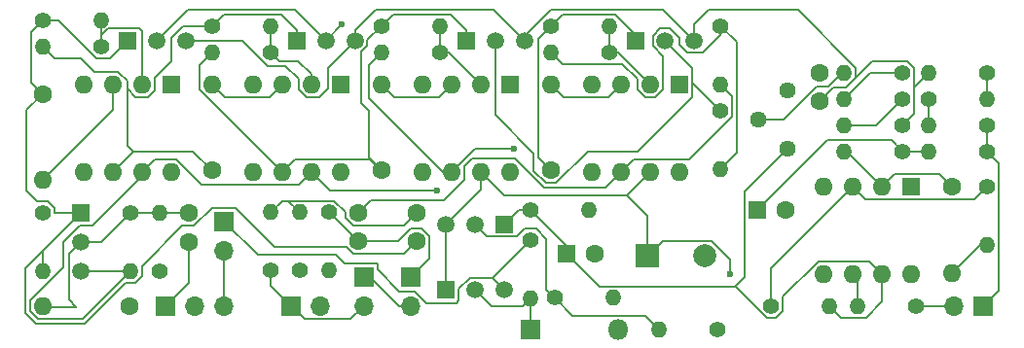
<source format=gtl>
G04 #@! TF.GenerationSoftware,KiCad,Pcbnew,8.0.2-8.0.2-0~ubuntu22.04.1*
G04 #@! TF.CreationDate,2024-06-08T14:45:23+02:00*
G04 #@! TF.ProjectId,schematic,73636865-6d61-4746-9963-2e6b69636164,rev?*
G04 #@! TF.SameCoordinates,Original*
G04 #@! TF.FileFunction,Copper,L1,Top*
G04 #@! TF.FilePolarity,Positive*
%FSLAX46Y46*%
G04 Gerber Fmt 4.6, Leading zero omitted, Abs format (unit mm)*
G04 Created by KiCad (PCBNEW 8.0.2-8.0.2-0~ubuntu22.04.1) date 2024-06-08 14:45:23*
%MOMM*%
%LPD*%
G01*
G04 APERTURE LIST*
G04 #@! TA.AperFunction,ComponentPad*
%ADD10R,1.500000X1.500000*%
G04 #@! TD*
G04 #@! TA.AperFunction,ComponentPad*
%ADD11C,1.500000*%
G04 #@! TD*
G04 #@! TA.AperFunction,ComponentPad*
%ADD12C,1.400000*%
G04 #@! TD*
G04 #@! TA.AperFunction,ComponentPad*
%ADD13O,1.400000X1.400000*%
G04 #@! TD*
G04 #@! TA.AperFunction,ComponentPad*
%ADD14R,1.700000X1.700000*%
G04 #@! TD*
G04 #@! TA.AperFunction,ComponentPad*
%ADD15O,1.700000X1.700000*%
G04 #@! TD*
G04 #@! TA.AperFunction,ComponentPad*
%ADD16R,1.600000X1.600000*%
G04 #@! TD*
G04 #@! TA.AperFunction,ComponentPad*
%ADD17O,1.600000X1.600000*%
G04 #@! TD*
G04 #@! TA.AperFunction,ComponentPad*
%ADD18C,1.600000*%
G04 #@! TD*
G04 #@! TA.AperFunction,ComponentPad*
%ADD19R,2.000000X2.000000*%
G04 #@! TD*
G04 #@! TA.AperFunction,ComponentPad*
%ADD20C,2.000000*%
G04 #@! TD*
G04 #@! TA.AperFunction,ComponentPad*
%ADD21C,1.440000*%
G04 #@! TD*
G04 #@! TA.AperFunction,ComponentPad*
%ADD22R,1.800000X1.800000*%
G04 #@! TD*
G04 #@! TA.AperFunction,ComponentPad*
%ADD23O,1.800000X1.800000*%
G04 #@! TD*
G04 #@! TA.AperFunction,ViaPad*
%ADD24C,0.600000*%
G04 #@! TD*
G04 #@! TA.AperFunction,Conductor*
%ADD25C,0.200000*%
G04 #@! TD*
G04 APERTURE END LIST*
D10*
G04 #@! TO.P,Q7,1,E*
G04 #@! TO.N,+7V*
X92456000Y-115422000D03*
D11*
G04 #@! TO.P,Q7,2,B*
G04 #@! TO.N,Net-(D1-K)*
X94996000Y-115422000D03*
G04 #@! TO.P,Q7,3,C*
G04 #@! TO.N,+9V*
X97536000Y-115422000D03*
G04 #@! TD*
D12*
G04 #@! TO.P,R21,1*
G04 #@! TO.N,Net-(R21-Pad1)*
X139573000Y-96520000D03*
D13*
G04 #@! TO.P,R21,2*
G04 #@! TO.N,LFO_OUT1*
X134493000Y-96520000D03*
G04 #@! TD*
D14*
G04 #@! TO.P,SW2,2,B*
G04 #@! TO.N,Net-(SW2A-B)*
X89408000Y-114300000D03*
D15*
G04 #@! TO.P,SW2,3,C*
G04 #@! TO.N,Net-(SW2A-C)*
X89408000Y-116840000D03*
G04 #@! TD*
D12*
G04 #@! TO.P,R31,1*
G04 #@! TO.N,Net-(R22-Pad1)*
X139573000Y-101092000D03*
D13*
G04 #@! TO.P,R31,2*
G04 #@! TO.N,Net-(R30-Pad1)*
X134493000Y-101092000D03*
G04 #@! TD*
D12*
G04 #@! TO.P,R22,1*
G04 #@! TO.N,Net-(R22-Pad1)*
X139573000Y-103378000D03*
D13*
G04 #@! TO.P,R22,2*
G04 #@! TO.N,Net-(C14-Pad1)*
X134493000Y-103378000D03*
G04 #@! TD*
D16*
G04 #@! TO.P,U1,1,NULL*
G04 #@! TO.N,unconnected-(U1-NULL-Pad1)*
X68580000Y-97536000D03*
D17*
G04 #@! TO.P,U1,2,-*
G04 #@! TO.N,Net-(U1--)*
X66040000Y-97536000D03*
G04 #@! TO.P,U1,3,+*
G04 #@! TO.N,Net-(U1-+)*
X63500000Y-97536000D03*
G04 #@! TO.P,U1,4,V-*
G04 #@! TO.N,GND*
X60960000Y-97536000D03*
G04 #@! TO.P,U1,5,NULL*
G04 #@! TO.N,unconnected-(U1-NULL-Pad5)*
X60960000Y-105156000D03*
G04 #@! TO.P,U1,6*
G04 #@! TO.N,Net-(Q3-D)*
X63500000Y-105156000D03*
G04 #@! TO.P,U1,7,V+*
G04 #@! TO.N,+7V*
X66040000Y-105156000D03*
G04 #@! TO.P,U1,8,NC*
G04 #@! TO.N,unconnected-(U1-NC-Pad8)*
X68580000Y-105156000D03*
G04 #@! TD*
D10*
G04 #@! TO.P,Q2,1,D*
G04 #@! TO.N,A_DRY*
X64770000Y-93726000D03*
D11*
G04 #@! TO.P,Q2,2,S*
G04 #@! TO.N,4V*
X67310000Y-93726000D03*
G04 #@! TO.P,Q2,3,G*
G04 #@! TO.N,LFO_OUT1*
X69850000Y-93726000D03*
G04 #@! TD*
D12*
G04 #@! TO.P,R15,1*
G04 #@! TO.N,GND*
X67564000Y-113792000D03*
D13*
G04 #@! TO.P,R15,2*
G04 #@! TO.N,Net-(Q6-B)*
X67564000Y-108712000D03*
G04 #@! TD*
D12*
G04 #@! TO.P,R9,1*
G04 #@! TO.N,Net-(U4--)*
X106680000Y-94742000D03*
D13*
G04 #@! TO.P,R9,2*
G04 #@! TO.N,Net-(R12-Pad1)*
X101600000Y-94742000D03*
G04 #@! TD*
D12*
G04 #@! TO.P,R24,1*
G04 #@! TO.N,Net-(U5-+)*
X139573000Y-106426000D03*
D13*
G04 #@! TO.P,R24,2*
G04 #@! TO.N,Net-(C12-Pad2)*
X139573000Y-111506000D03*
G04 #@! TD*
D18*
G04 #@! TO.P,C12,1*
G04 #@! TO.N,Net-(U5--)*
X136525000Y-106436000D03*
D17*
G04 #@! TO.P,C12,2*
G04 #@! TO.N,Net-(C12-Pad2)*
X136525000Y-113936000D03*
G04 #@! TD*
D12*
G04 #@! TO.P,R25,1*
G04 #@! TO.N,Net-(C14-Pad1)*
X132207000Y-103378000D03*
D13*
G04 #@! TO.P,R25,2*
G04 #@! TO.N,Net-(U5--)*
X127127000Y-103378000D03*
G04 #@! TD*
D19*
G04 #@! TO.P,C10,1*
G04 #@! TO.N,+7V*
X110011200Y-112445800D03*
D20*
G04 #@! TO.P,C10,2*
G04 #@! TO.N,GND*
X115011200Y-112445800D03*
G04 #@! TD*
D18*
G04 #@! TO.P,C1,1*
G04 #@! TO.N,A_DRY*
X57404000Y-98358000D03*
D17*
G04 #@! TO.P,C1,2*
G04 #@! TO.N,Net-(U1-+)*
X57404000Y-105858000D03*
G04 #@! TD*
D12*
G04 #@! TO.P,R4,1*
G04 #@! TO.N,Net-(Q3-D)*
X72136000Y-92456000D03*
D13*
G04 #@! TO.P,R4,2*
G04 #@! TO.N,Net-(U2--)*
X77216000Y-92456000D03*
G04 #@! TD*
D12*
G04 #@! TO.P,R18,1*
G04 #@! TO.N,+7V*
X116078000Y-118872000D03*
D13*
G04 #@! TO.P,R18,2*
G04 #@! TO.N,Net-(Q1-B)*
X110998000Y-118872000D03*
G04 #@! TD*
D21*
G04 #@! TO.P,RV3,1,1*
G04 #@! TO.N,+4V*
X122174000Y-103124000D03*
G04 #@! TO.P,RV3,2,2*
G04 #@! TO.N,Net-(R20-Pad2)*
X119634000Y-100584000D03*
G04 #@! TO.P,RV3,3,3*
G04 #@! TO.N,GND*
X122174000Y-98044000D03*
G04 #@! TD*
D16*
G04 #@! TO.P,U5,1,NULL*
G04 #@! TO.N,unconnected-(U5-NULL-Pad1)*
X132959000Y-106436000D03*
D17*
G04 #@! TO.P,U5,2,-*
G04 #@! TO.N,Net-(U5--)*
X130419000Y-106436000D03*
G04 #@! TO.P,U5,3,+*
G04 #@! TO.N,Net-(U5-+)*
X127879000Y-106436000D03*
G04 #@! TO.P,U5,4,V-*
G04 #@! TO.N,GND*
X125339000Y-106436000D03*
G04 #@! TO.P,U5,5,NULL*
G04 #@! TO.N,unconnected-(U5-NULL-Pad5)*
X125339000Y-114056000D03*
G04 #@! TO.P,U5,6*
G04 #@! TO.N,Net-(R26-Pad2)*
X127879000Y-114056000D03*
G04 #@! TO.P,U5,7,V+*
G04 #@! TO.N,+4V*
X130419000Y-114056000D03*
G04 #@! TO.P,U5,8,NC*
G04 #@! TO.N,unconnected-(U5-NC-Pad8)*
X132959000Y-114056000D03*
G04 #@! TD*
D10*
G04 #@! TO.P,Q1,1,E*
G04 #@! TO.N,+4V*
X97536000Y-109728000D03*
D11*
G04 #@! TO.P,Q1,2,B*
G04 #@! TO.N,Net-(Q1-B)*
X94996000Y-109728000D03*
G04 #@! TO.P,Q1,3,C*
G04 #@! TO.N,+7V*
X92456000Y-109728000D03*
G04 #@! TD*
D12*
G04 #@! TO.P,R14,1*
G04 #@! TO.N,GND*
X57404000Y-108712000D03*
D13*
G04 #@! TO.P,R14,2*
G04 #@! TO.N,A_DRY*
X57404000Y-113792000D03*
G04 #@! TD*
D10*
G04 #@! TO.P,Q4,1,D*
G04 #@! TO.N,Net-(Q4-D)*
X94234000Y-93726000D03*
D11*
G04 #@! TO.P,Q4,2,S*
G04 #@! TO.N,4V*
X96774000Y-93726000D03*
G04 #@! TO.P,Q4,3,G*
G04 #@! TO.N,LFO_OUT1*
X99314000Y-93726000D03*
G04 #@! TD*
D14*
G04 #@! TO.P,RV2,1,1*
G04 #@! TO.N,Net-(R22-Pad1)*
X139192000Y-116840000D03*
D15*
G04 #@! TO.P,RV2,2,2*
G04 #@! TO.N,Net-(R26-Pad1)*
X136652000Y-116840000D03*
G04 #@! TD*
D10*
G04 #@! TO.P,Q6,1,E*
G04 #@! TO.N,A_DRY*
X60706000Y-108712000D03*
D11*
G04 #@! TO.P,Q6,2,B*
G04 #@! TO.N,Net-(Q6-B)*
X60706000Y-111252000D03*
G04 #@! TO.P,Q6,3,C*
G04 #@! TO.N,+7V*
X60706000Y-113792000D03*
G04 #@! TD*
D12*
G04 #@! TO.P,R13,1*
G04 #@! TO.N,4V*
X116332000Y-99822000D03*
D13*
G04 #@! TO.P,R13,2*
G04 #@! TO.N,Net-(R12-Pad1)*
X116332000Y-104902000D03*
G04 #@! TD*
D12*
G04 #@! TO.P,R16,1*
G04 #@! TO.N,+4V*
X99822000Y-108458000D03*
D13*
G04 #@! TO.P,R16,2*
G04 #@! TO.N,GND*
X104902000Y-108458000D03*
G04 #@! TD*
D12*
G04 #@! TO.P,R29,1*
G04 #@! TO.N,LFO_OUT1*
X132207000Y-101092000D03*
D13*
G04 #@! TO.P,R29,2*
G04 #@! TO.N,Net-(R28-Pad1)*
X127127000Y-101092000D03*
G04 #@! TD*
D18*
G04 #@! TO.P,C5,1*
G04 #@! TO.N,Net-(C5-Pad1)*
X89916000Y-108712000D03*
G04 #@! TO.P,C5,2*
G04 #@! TO.N,A_DRY*
X89916000Y-111212000D03*
G04 #@! TD*
D22*
G04 #@! TO.P,D1,1,K*
G04 #@! TO.N,Net-(D1-K)*
X99822000Y-118872000D03*
D23*
G04 #@! TO.P,D1,2,A*
G04 #@! TO.N,GND*
X107442000Y-118872000D03*
G04 #@! TD*
D12*
G04 #@! TO.P,R8,1*
G04 #@! TO.N,Net-(Q5-D)*
X101600000Y-92456000D03*
D13*
G04 #@! TO.P,R8,2*
G04 #@! TO.N,Net-(U4--)*
X106680000Y-92456000D03*
G04 #@! TD*
D15*
G04 #@! TO.P,J2,R*
G04 #@! TO.N,GND*
X70627000Y-116840000D03*
G04 #@! TO.P,J2,S*
G04 #@! TO.N,Net-(BT1--)*
X73167000Y-116840000D03*
D14*
G04 #@! TO.P,J2,T*
G04 #@! TO.N,Net-(C7-Pad2)*
X68087000Y-116840000D03*
G04 #@! TD*
D12*
G04 #@! TO.P,R11,1*
G04 #@! TO.N,Net-(SW2A-B)*
X82296000Y-108672000D03*
D13*
G04 #@! TO.P,R11,2*
G04 #@! TO.N,GND*
X82296000Y-113752000D03*
G04 #@! TD*
D18*
G04 #@! TO.P,C11,1*
G04 #@! TO.N,GND*
X124968000Y-96520000D03*
G04 #@! TO.P,C11,2*
G04 #@! TO.N,LFO_OUT1*
X124968000Y-99020000D03*
G04 #@! TD*
D12*
G04 #@! TO.P,R19,1*
G04 #@! TO.N,+9V*
X99822000Y-111104000D03*
D13*
G04 #@! TO.P,R19,2*
G04 #@! TO.N,Net-(D1-K)*
X99822000Y-116184000D03*
G04 #@! TD*
D18*
G04 #@! TO.P,C7,1*
G04 #@! TO.N,Net-(Q6-B)*
X70104000Y-108752000D03*
G04 #@! TO.P,C7,2*
G04 #@! TO.N,Net-(C7-Pad2)*
X70104000Y-111252000D03*
G04 #@! TD*
D10*
G04 #@! TO.P,Q5,1,D*
G04 #@! TO.N,Net-(Q5-D)*
X108966000Y-93726000D03*
D11*
G04 #@! TO.P,Q5,2,S*
G04 #@! TO.N,4V*
X111506000Y-93726000D03*
G04 #@! TO.P,Q5,3,G*
G04 #@! TO.N,LFO_OUT1*
X114046000Y-93726000D03*
G04 #@! TD*
D18*
G04 #@! TO.P,C8,1*
G04 #@! TO.N,GND*
X64904000Y-116840000D03*
D17*
G04 #@! TO.P,C8,2*
G04 #@! TO.N,Net-(Q6-B)*
X57404000Y-116840000D03*
G04 #@! TD*
D18*
G04 #@! TO.P,C6,1*
G04 #@! TO.N,A_WET*
X84836000Y-108712000D03*
G04 #@! TO.P,C6,2*
G04 #@! TO.N,Net-(SW2A-B)*
X84836000Y-111212000D03*
G04 #@! TD*
G04 #@! TO.P,C2,1*
G04 #@! TO.N,Net-(Q3-D)*
X72136000Y-105036000D03*
D17*
G04 #@! TO.P,C2,2*
G04 #@! TO.N,Net-(U2-+)*
X72136000Y-97536000D03*
G04 #@! TD*
D12*
G04 #@! TO.P,R3,1*
G04 #@! TO.N,Net-(U1--)*
X62484000Y-94234000D03*
D13*
G04 #@! TO.P,R3,2*
G04 #@! TO.N,Net-(Q3-D)*
X57404000Y-94234000D03*
G04 #@! TD*
D12*
G04 #@! TO.P,R23,1*
G04 #@! TO.N,Net-(U5-+)*
X120777000Y-116840000D03*
D13*
G04 #@! TO.P,R23,2*
G04 #@! TO.N,+4V*
X125857000Y-116840000D03*
G04 #@! TD*
D18*
G04 #@! TO.P,C4,1*
G04 #@! TO.N,Net-(Q5-D)*
X101600000Y-105036000D03*
D17*
G04 #@! TO.P,C4,2*
G04 #@! TO.N,Net-(U4-+)*
X101600000Y-97536000D03*
G04 #@! TD*
D16*
G04 #@! TO.P,U4,1,NULL*
G04 #@! TO.N,unconnected-(U4-NULL-Pad1)*
X112776000Y-97536000D03*
D17*
G04 #@! TO.P,U4,2,-*
G04 #@! TO.N,Net-(U4--)*
X110236000Y-97536000D03*
G04 #@! TO.P,U4,3,+*
G04 #@! TO.N,Net-(U4-+)*
X107696000Y-97536000D03*
G04 #@! TO.P,U4,4,V-*
G04 #@! TO.N,GND*
X105156000Y-97536000D03*
G04 #@! TO.P,U4,5,NULL*
G04 #@! TO.N,unconnected-(U4-NULL-Pad5)*
X105156000Y-105156000D03*
G04 #@! TO.P,U4,6*
G04 #@! TO.N,A_WET*
X107696000Y-105156000D03*
G04 #@! TO.P,U4,7,V+*
G04 #@! TO.N,+7V*
X110236000Y-105156000D03*
G04 #@! TO.P,U4,8,NC*
G04 #@! TO.N,unconnected-(U4-NC-Pad8)*
X112776000Y-105156000D03*
G04 #@! TD*
D12*
G04 #@! TO.P,R20,1*
G04 #@! TO.N,Net-(R20-Pad1)*
X132207000Y-96520000D03*
D13*
G04 #@! TO.P,R20,2*
G04 #@! TO.N,Net-(R20-Pad2)*
X127127000Y-96520000D03*
G04 #@! TD*
D12*
G04 #@! TO.P,R17,1*
G04 #@! TO.N,Net-(Q1-B)*
X101904800Y-116128800D03*
D13*
G04 #@! TO.P,R17,2*
G04 #@! TO.N,GND*
X106984800Y-116128800D03*
G04 #@! TD*
D12*
G04 #@! TO.P,R1,1*
G04 #@! TO.N,A_DRY*
X57404000Y-91948000D03*
D13*
G04 #@! TO.P,R1,2*
G04 #@! TO.N,Net-(U1--)*
X62484000Y-91948000D03*
G04 #@! TD*
D16*
G04 #@! TO.P,C9,1*
G04 #@! TO.N,+4V*
X102934888Y-112268000D03*
D18*
G04 #@! TO.P,C9,2*
G04 #@! TO.N,GND*
X105434888Y-112268000D03*
G04 #@! TD*
D16*
G04 #@! TO.P,C14,1*
G04 #@! TO.N,Net-(C14-Pad1)*
X119547000Y-108458000D03*
D18*
G04 #@! TO.P,C14,2*
G04 #@! TO.N,GND*
X122047000Y-108458000D03*
G04 #@! TD*
D12*
G04 #@! TO.P,R7,1*
G04 #@! TO.N,Net-(U3--)*
X91948000Y-94742000D03*
D13*
G04 #@! TO.P,R7,2*
G04 #@! TO.N,Net-(Q5-D)*
X86868000Y-94742000D03*
G04 #@! TD*
D12*
G04 #@! TO.P,R6,1*
G04 #@! TO.N,Net-(Q4-D)*
X86868000Y-92456000D03*
D13*
G04 #@! TO.P,R6,2*
G04 #@! TO.N,Net-(U3--)*
X91948000Y-92456000D03*
G04 #@! TD*
D18*
G04 #@! TO.P,C3,1*
G04 #@! TO.N,Net-(Q4-D)*
X86868000Y-105036000D03*
D17*
G04 #@! TO.P,C3,2*
G04 #@! TO.N,Net-(U3-+)*
X86868000Y-97536000D03*
G04 #@! TD*
D10*
G04 #@! TO.P,Q3,1,D*
G04 #@! TO.N,Net-(Q3-D)*
X79502000Y-93726000D03*
D11*
G04 #@! TO.P,Q3,2,S*
G04 #@! TO.N,4V*
X82042000Y-93726000D03*
G04 #@! TO.P,Q3,3,G*
G04 #@! TO.N,LFO_OUT1*
X84582000Y-93726000D03*
G04 #@! TD*
D12*
G04 #@! TO.P,R28,1*
G04 #@! TO.N,Net-(R28-Pad1)*
X132207000Y-98806000D03*
D13*
G04 #@! TO.P,R28,2*
G04 #@! TO.N,Net-(R20-Pad1)*
X127127000Y-98806000D03*
G04 #@! TD*
D12*
G04 #@! TO.P,R12,1*
G04 #@! TO.N,Net-(R12-Pad1)*
X116332000Y-92456000D03*
D13*
G04 #@! TO.P,R12,2*
G04 #@! TO.N,A_WET*
X116332000Y-97536000D03*
G04 #@! TD*
D12*
G04 #@! TO.P,R5,1*
G04 #@! TO.N,Net-(U2--)*
X77216000Y-94742000D03*
D13*
G04 #@! TO.P,R5,2*
G04 #@! TO.N,Net-(Q4-D)*
X72136000Y-94742000D03*
G04 #@! TD*
D16*
G04 #@! TO.P,U2,1,NULL*
G04 #@! TO.N,unconnected-(U2-NULL-Pad1)*
X83312000Y-97536000D03*
D17*
G04 #@! TO.P,U2,2,-*
G04 #@! TO.N,Net-(U2--)*
X80772000Y-97536000D03*
G04 #@! TO.P,U2,3,+*
G04 #@! TO.N,Net-(U2-+)*
X78232000Y-97536000D03*
G04 #@! TO.P,U2,4,V-*
G04 #@! TO.N,GND*
X75692000Y-97536000D03*
G04 #@! TO.P,U2,5,NULL*
G04 #@! TO.N,unconnected-(U2-NULL-Pad5)*
X75692000Y-105156000D03*
G04 #@! TO.P,U2,6*
G04 #@! TO.N,Net-(Q4-D)*
X78232000Y-105156000D03*
G04 #@! TO.P,U2,7,V+*
G04 #@! TO.N,+7V*
X80772000Y-105156000D03*
G04 #@! TO.P,U2,8,NC*
G04 #@! TO.N,unconnected-(U2-NC-Pad8)*
X83312000Y-105156000D03*
G04 #@! TD*
D12*
G04 #@! TO.P,R26,1*
G04 #@! TO.N,Net-(R26-Pad1)*
X133350000Y-116840000D03*
D13*
G04 #@! TO.P,R26,2*
G04 #@! TO.N,Net-(R26-Pad2)*
X128270000Y-116840000D03*
G04 #@! TD*
D12*
G04 #@! TO.P,R10,1*
G04 #@! TO.N,GND*
X79756000Y-113752000D03*
D13*
G04 #@! TO.P,R10,2*
G04 #@! TO.N,Net-(C5-Pad1)*
X79756000Y-108672000D03*
G04 #@! TD*
D12*
G04 #@! TO.P,R27,1*
G04 #@! TO.N,Net-(Q6-B)*
X65024000Y-108712000D03*
D13*
G04 #@! TO.P,R27,2*
G04 #@! TO.N,+7V*
X65024000Y-113792000D03*
G04 #@! TD*
D14*
G04 #@! TO.P,BT1,1,+*
G04 #@! TO.N,+9V*
X73152000Y-109469000D03*
D15*
G04 #@! TO.P,BT1,2,-*
G04 #@! TO.N,Net-(BT1--)*
X73152000Y-112009000D03*
G04 #@! TD*
G04 #@! TO.P,J1,R*
G04 #@! TO.N,GND*
X81534000Y-116840000D03*
D14*
G04 #@! TO.P,J1,T*
G04 #@! TO.N,Net-(J1-PadT)*
X78994000Y-116840000D03*
G04 #@! TD*
D16*
G04 #@! TO.P,U3,1,NULL*
G04 #@! TO.N,unconnected-(U3-NULL-Pad1)*
X98044000Y-97536000D03*
D17*
G04 #@! TO.P,U3,2,-*
G04 #@! TO.N,Net-(U3--)*
X95504000Y-97536000D03*
G04 #@! TO.P,U3,3,+*
G04 #@! TO.N,Net-(U3-+)*
X92964000Y-97536000D03*
G04 #@! TO.P,U3,4,V-*
G04 #@! TO.N,GND*
X90424000Y-97536000D03*
G04 #@! TO.P,U3,5,NULL*
G04 #@! TO.N,unconnected-(U3-NULL-Pad5)*
X90424000Y-105156000D03*
G04 #@! TO.P,U3,6*
G04 #@! TO.N,Net-(Q5-D)*
X92964000Y-105156000D03*
G04 #@! TO.P,U3,7,V+*
G04 #@! TO.N,+7V*
X95504000Y-105156000D03*
G04 #@! TO.P,U3,8,NC*
G04 #@! TO.N,unconnected-(U3-NC-Pad8)*
X98044000Y-105156000D03*
G04 #@! TD*
D12*
G04 #@! TO.P,R2,1*
G04 #@! TO.N,Net-(J1-PadT)*
X77216000Y-113752000D03*
D13*
G04 #@! TO.P,R2,2*
G04 #@! TO.N,Net-(C5-Pad1)*
X77216000Y-108672000D03*
G04 #@! TD*
D12*
G04 #@! TO.P,R30,1*
G04 #@! TO.N,Net-(R30-Pad1)*
X134493000Y-98806000D03*
D13*
G04 #@! TO.P,R30,2*
G04 #@! TO.N,Net-(R21-Pad1)*
X139573000Y-98806000D03*
G04 #@! TD*
D14*
G04 #@! TO.P,RV1,1,1*
G04 #@! TO.N,Net-(SW2A-C)*
X85344000Y-114300000D03*
D15*
G04 #@! TO.P,RV1,2,2*
G04 #@! TO.N,Net-(J1-PadT)*
X85344000Y-116840000D03*
G04 #@! TD*
D24*
G04 #@! TO.N,4V*
X83439000Y-92329000D03*
G04 #@! TO.N,Net-(Q5-D)*
X98425000Y-103124000D03*
G04 #@! TO.N,+7V*
X91694000Y-106807000D03*
X117221000Y-114046000D03*
G04 #@! TD*
D25*
G04 #@! TO.N,+4V*
X105795688Y-115128800D02*
X117602000Y-115128800D01*
X122174000Y-103124000D02*
X118447000Y-106851000D01*
X117602000Y-115128800D02*
X117651586Y-115128800D01*
X118447000Y-106851000D02*
X118447000Y-114283800D01*
X118447000Y-114283800D02*
X117602000Y-115128800D01*
G04 #@! TO.N,Net-(R26-Pad1)*
X133350000Y-116840000D02*
X136652000Y-116840000D01*
G04 #@! TO.N,4V*
X82042000Y-93726000D02*
X83439000Y-92329000D01*
G04 #@! TO.N,Net-(Q5-D)*
X94996000Y-103124000D02*
X98425000Y-103124000D01*
X92964000Y-105156000D02*
X94996000Y-103124000D01*
G04 #@! TO.N,+7V*
X82423000Y-106807000D02*
X91694000Y-106807000D01*
X80772000Y-105156000D02*
X82423000Y-106807000D01*
X117221000Y-112776000D02*
X117221000Y-114046000D01*
X115590800Y-111145800D02*
X117221000Y-112776000D01*
X111311200Y-111145800D02*
X115590800Y-111145800D01*
X110011200Y-112445800D02*
X111311200Y-111145800D01*
G04 #@! TO.N,+4V*
X120378786Y-117856000D02*
X118418893Y-115896107D01*
X102934888Y-112268000D02*
X105795688Y-115128800D01*
X117651586Y-115128800D02*
X118418893Y-115896107D01*
G04 #@! TO.N,A_WET*
X107696000Y-105156000D02*
X106316000Y-106536000D01*
X94064000Y-105834000D02*
X92286000Y-107612000D01*
X106316000Y-106536000D02*
X100978679Y-106536000D01*
X100978679Y-106536000D02*
X99144000Y-104701321D01*
X99144000Y-104701321D02*
X99144000Y-104700365D01*
X99144000Y-104700365D02*
X98456635Y-104013000D01*
X98456635Y-104013000D02*
X94751365Y-104013000D01*
X85936000Y-107612000D02*
X84836000Y-108712000D01*
X94751365Y-104013000D02*
X94064000Y-104700365D01*
X94064000Y-104700365D02*
X94064000Y-105834000D01*
X92286000Y-107612000D02*
X85936000Y-107612000D01*
G04 #@! TO.N,4V*
X113876000Y-96096000D02*
X113876000Y-98636000D01*
X113876000Y-98636000D02*
X109134000Y-103378000D01*
X100100000Y-105091635D02*
X100100000Y-103529000D01*
X109134000Y-103378000D02*
X104813635Y-103378000D01*
X104813635Y-103378000D02*
X102055635Y-106136000D01*
X102055635Y-106136000D02*
X101144365Y-106136000D01*
X101144365Y-106136000D02*
X100100000Y-105091635D01*
X100100000Y-103529000D02*
X96774000Y-100203000D01*
X96774000Y-100203000D02*
X96774000Y-93726000D01*
G04 #@! TO.N,+7V*
X110011200Y-112445800D02*
X110011200Y-108995200D01*
X110011200Y-108995200D02*
X108204000Y-107188000D01*
G04 #@! TO.N,Net-(C5-Pad1)*
X77216000Y-108672000D02*
X78212000Y-107676000D01*
X78212000Y-107676000D02*
X78216000Y-107672000D01*
X79756000Y-108672000D02*
X78760000Y-107676000D01*
X78760000Y-107676000D02*
X78212000Y-107676000D01*
G04 #@! TO.N,Net-(SW2A-B)*
X89408000Y-114300000D02*
X91016000Y-112692000D01*
X91016000Y-112692000D02*
X91016000Y-110756365D01*
X91016000Y-110756365D02*
X90371635Y-110112000D01*
X90371635Y-110112000D02*
X89405000Y-110112000D01*
X89405000Y-110112000D02*
X88305000Y-111212000D01*
X88305000Y-111212000D02*
X84836000Y-111212000D01*
G04 #@! TO.N,A_DRY*
X89916000Y-111212000D02*
X88816000Y-112312000D01*
X88816000Y-112312000D02*
X84380365Y-112312000D01*
X70559635Y-109852000D02*
X69549786Y-109852000D01*
X84380365Y-112312000D02*
X83797022Y-111728657D01*
X83797022Y-111728657D02*
X77572657Y-111728657D01*
X65438214Y-114792000D02*
X64589686Y-114792000D01*
X77572657Y-111728657D02*
X74140365Y-108296365D01*
X66024000Y-113377786D02*
X66024000Y-114206214D01*
X74140365Y-108296365D02*
X72115270Y-108296365D01*
X72115270Y-108296365D02*
X70559635Y-109852000D01*
X69549786Y-109852000D02*
X66024000Y-113377786D01*
X66024000Y-114206214D02*
X65438214Y-114792000D01*
X64589686Y-114792000D02*
X61041686Y-118340000D01*
X61041686Y-118340000D02*
X56782679Y-118340000D01*
X56782679Y-118340000D02*
X55904000Y-117461321D01*
X55904000Y-117461321D02*
X55904000Y-113514000D01*
X55904000Y-113514000D02*
X60706000Y-108712000D01*
G04 #@! TO.N,Net-(U3-+)*
X86868000Y-97536000D02*
X87968000Y-98636000D01*
X87968000Y-98636000D02*
X91864000Y-98636000D01*
X91864000Y-98636000D02*
X92964000Y-97536000D01*
G04 #@! TO.N,Net-(Q5-D)*
X92964000Y-105156000D02*
X92221000Y-105156000D01*
X92221000Y-105156000D02*
X85768000Y-98703000D01*
X85768000Y-98703000D02*
X85768000Y-95842000D01*
X85768000Y-95842000D02*
X86868000Y-94742000D01*
G04 #@! TO.N,Net-(Q4-D)*
X86868000Y-105036000D02*
X85768000Y-103936000D01*
X85768000Y-103936000D02*
X85768000Y-99865000D01*
X85768000Y-99865000D02*
X85090000Y-99187000D01*
X85090000Y-99187000D02*
X85090000Y-94702925D01*
X85090000Y-94702925D02*
X85632000Y-94160925D01*
X85632000Y-94160925D02*
X85632000Y-93692000D01*
X85632000Y-93692000D02*
X86868000Y-92456000D01*
X78232000Y-105156000D02*
X79332000Y-104056000D01*
X79332000Y-104056000D02*
X85888000Y-104056000D01*
X85888000Y-104056000D02*
X86868000Y-105036000D01*
G04 #@! TO.N,+9V*
X96486000Y-114372000D02*
X94561075Y-114372000D01*
X88399000Y-115570000D02*
X86494000Y-113665000D01*
X94561075Y-114372000D02*
X93599000Y-115334075D01*
X93599000Y-115334075D02*
X93599000Y-116379000D01*
X93599000Y-116379000D02*
X93392000Y-116586000D01*
X93392000Y-116586000D02*
X90780346Y-116586000D01*
X90780346Y-116586000D02*
X89764346Y-115570000D01*
X82931000Y-112395000D02*
X76078000Y-112395000D01*
X89764346Y-115570000D02*
X88399000Y-115570000D01*
X86494000Y-113665000D02*
X86494000Y-113150000D01*
X86494000Y-113150000D02*
X83686000Y-113150000D01*
X83686000Y-113150000D02*
X82931000Y-112395000D01*
X76078000Y-112395000D02*
X73152000Y-109469000D01*
G04 #@! TO.N,Net-(C5-Pad1)*
X78216000Y-107672000D02*
X82736000Y-107672000D01*
X82736000Y-107672000D02*
X83736000Y-108672000D01*
X83736000Y-108672000D02*
X83736000Y-109167635D01*
X88816000Y-109812000D02*
X89916000Y-108712000D01*
X83736000Y-109167635D02*
X84380365Y-109812000D01*
X84380365Y-109812000D02*
X88816000Y-109812000D01*
G04 #@! TO.N,Net-(U4-+)*
X101600000Y-97536000D02*
X102700000Y-98636000D01*
X102700000Y-98636000D02*
X106596000Y-98636000D01*
X106596000Y-98636000D02*
X107696000Y-97536000D01*
G04 #@! TO.N,LFO_OUT1*
X69850000Y-93726000D02*
X74785786Y-93726000D01*
X76963786Y-95904000D02*
X78495635Y-95904000D01*
X74785786Y-93726000D02*
X76963786Y-95904000D01*
X81450000Y-98636000D02*
X82212000Y-97874000D01*
X78495635Y-95904000D02*
X79672000Y-97080365D01*
X79672000Y-97991635D02*
X80316365Y-98636000D01*
X79672000Y-97080365D02*
X79672000Y-97991635D01*
X80316365Y-98636000D02*
X81450000Y-98636000D01*
X82212000Y-97874000D02*
X82212000Y-96096000D01*
X82212000Y-96096000D02*
X84582000Y-93726000D01*
G04 #@! TO.N,Net-(U2--)*
X77216000Y-94742000D02*
X77978000Y-95504000D01*
X77978000Y-95504000D02*
X79629000Y-95504000D01*
X80772000Y-96647000D02*
X80772000Y-97536000D01*
X79629000Y-95504000D02*
X80772000Y-96647000D01*
G04 #@! TO.N,Net-(Q3-D)*
X64770000Y-97250365D02*
X64770000Y-97409000D01*
X64770000Y-97409000D02*
X64770000Y-102884000D01*
X64770000Y-97917000D02*
X64770000Y-97409000D01*
X72136000Y-92456000D02*
X69635075Y-92456000D01*
X69635075Y-92456000D02*
X68580000Y-93511075D01*
X68580000Y-93511075D02*
X68580000Y-95504001D01*
X68580000Y-95504001D02*
X67140000Y-96944001D01*
X67140000Y-96944001D02*
X67140000Y-98087000D01*
X67140000Y-98087000D02*
X66591000Y-98636000D01*
X66591000Y-98636000D02*
X65489000Y-98636000D01*
X65489000Y-98636000D02*
X64770000Y-97917000D01*
X72136000Y-92456000D02*
X73136000Y-91456000D01*
X73136000Y-91456000D02*
X78182000Y-91456000D01*
X78182000Y-91456000D02*
X79502000Y-92776000D01*
X79502000Y-92776000D02*
X79502000Y-93726000D01*
G04 #@! TO.N,4V*
X67310000Y-93726000D02*
X70012000Y-91024000D01*
X70012000Y-91024000D02*
X79340000Y-91024000D01*
X79340000Y-91024000D02*
X82042000Y-93726000D01*
G04 #@! TO.N,Net-(Q4-D)*
X94234000Y-93726000D02*
X94234000Y-92776000D01*
X94234000Y-92776000D02*
X92898000Y-91440000D01*
X92898000Y-91440000D02*
X87884000Y-91440000D01*
X87884000Y-91440000D02*
X86868000Y-92456000D01*
G04 #@! TO.N,LFO_OUT1*
X99314000Y-93726000D02*
X96612000Y-91024000D01*
X96612000Y-91024000D02*
X86395000Y-91024000D01*
X86395000Y-91024000D02*
X84582000Y-92837000D01*
X84582000Y-92837000D02*
X84582000Y-93726000D01*
G04 #@! TO.N,Net-(Q5-D)*
X101600000Y-92456000D02*
X102600000Y-91456000D01*
X102600000Y-91456000D02*
X107204000Y-91456000D01*
X107204000Y-91456000D02*
X108966000Y-93218000D01*
X108966000Y-93218000D02*
X108966000Y-93726000D01*
G04 #@! TO.N,LFO_OUT1*
X114046000Y-93726000D02*
X111344000Y-91024000D01*
X111344000Y-91024000D02*
X101617786Y-91024000D01*
X101617786Y-91024000D02*
X99314000Y-93327786D01*
X99314000Y-93327786D02*
X99314000Y-93726000D01*
X133207000Y-97806000D02*
X133207000Y-96105786D01*
X133207000Y-96105786D02*
X132605214Y-95504000D01*
X132605214Y-95504000D02*
X129557214Y-95504000D01*
X129557214Y-95504000D02*
X128127000Y-96934214D01*
G04 #@! TO.N,Net-(C14-Pad1)*
X132207000Y-103378000D02*
X131207000Y-102378000D01*
X131207000Y-102378000D02*
X125627000Y-102378000D01*
X125627000Y-102378000D02*
X119547000Y-108458000D01*
G04 #@! TO.N,Net-(U5--)*
X130419000Y-106436000D02*
X127361000Y-103378000D01*
X127361000Y-103378000D02*
X127127000Y-103378000D01*
G04 #@! TO.N,Net-(U3--)*
X91948000Y-94742000D02*
X91948000Y-92456000D01*
X95504000Y-97536000D02*
X92710000Y-94742000D01*
X92710000Y-94742000D02*
X91948000Y-94742000D01*
G04 #@! TO.N,+7V*
X92456000Y-109728000D02*
X95504000Y-106680000D01*
X95504000Y-106680000D02*
X95504000Y-105156000D01*
G04 #@! TO.N,4V*
X111506000Y-93726000D02*
X113876000Y-96096000D01*
G04 #@! TO.N,+7V*
X110236000Y-105156000D02*
X108204000Y-107188000D01*
X97536000Y-107188000D02*
X95504000Y-105156000D01*
G04 #@! TO.N,Net-(R12-Pad1)*
X101600000Y-94742000D02*
X102600000Y-95742000D01*
X102600000Y-95742000D02*
X107797635Y-95742000D01*
X111379000Y-97948635D02*
X111379000Y-95083925D01*
X107797635Y-95742000D02*
X109136000Y-97080365D01*
X109136000Y-97080365D02*
X109136000Y-97991635D01*
X109136000Y-97991635D02*
X109780365Y-98636000D01*
X116332000Y-93218000D02*
X116332000Y-92456000D01*
X109780365Y-98636000D02*
X110691635Y-98636000D01*
X110691635Y-98636000D02*
X111379000Y-97948635D01*
X111379000Y-95083925D02*
X110456000Y-94160925D01*
X110456000Y-94160925D02*
X110456000Y-93291075D01*
X110456000Y-93291075D02*
X111071075Y-92676000D01*
X111071075Y-92676000D02*
X111940925Y-92676000D01*
X111940925Y-92676000D02*
X112776000Y-93511075D01*
X112776000Y-93511075D02*
X112776000Y-94107000D01*
X112776000Y-94107000D02*
X113445000Y-94776000D01*
X113445000Y-94776000D02*
X114774000Y-94776000D01*
X114774000Y-94776000D02*
X116332000Y-93218000D01*
G04 #@! TO.N,Net-(U4--)*
X106680000Y-92456000D02*
X106680000Y-94742000D01*
X110236000Y-97536000D02*
X107442000Y-94742000D01*
X107442000Y-94742000D02*
X106680000Y-94742000D01*
G04 #@! TO.N,Net-(Q5-D)*
X101600000Y-105036000D02*
X100500000Y-103936000D01*
X100500000Y-103936000D02*
X100500000Y-93556000D01*
X100500000Y-93556000D02*
X101600000Y-92456000D01*
G04 #@! TO.N,Net-(R12-Pad1)*
X116332000Y-104902000D02*
X117732000Y-103502000D01*
X117732000Y-103502000D02*
X117732000Y-93856000D01*
X117732000Y-93856000D02*
X116332000Y-92456000D01*
G04 #@! TO.N,A_WET*
X107696000Y-105156000D02*
X108796000Y-104056000D01*
X117332000Y-98536000D02*
X116332000Y-97536000D01*
X108796000Y-104056000D02*
X113622000Y-104056000D01*
X113622000Y-104056000D02*
X117332000Y-100346000D01*
X117332000Y-100346000D02*
X117332000Y-98536000D01*
G04 #@! TO.N,+4V*
X99822000Y-108458000D02*
X98806000Y-108458000D01*
X98806000Y-108458000D02*
X97536000Y-109728000D01*
X99822000Y-108458000D02*
X102934888Y-111570888D01*
X102934888Y-111570888D02*
X102934888Y-112268000D01*
G04 #@! TO.N,Net-(U1--)*
X62484000Y-94234000D02*
X62484000Y-93244051D01*
X62484000Y-93244051D02*
X63052051Y-92676000D01*
X63052051Y-92676000D02*
X65820000Y-92676000D01*
X65820000Y-92676000D02*
X66040000Y-92896000D01*
X66040000Y-92896000D02*
X66040000Y-97536000D01*
G04 #@! TO.N,A_DRY*
X57404000Y-91948000D02*
X58783786Y-91948000D01*
X62085786Y-95250000D02*
X63246000Y-95250000D01*
X58783786Y-91948000D02*
X62085786Y-95250000D01*
X63246000Y-95250000D02*
X64770000Y-93726000D01*
G04 #@! TO.N,Net-(Q3-D)*
X57404000Y-94234000D02*
X58404000Y-95234000D01*
X58404000Y-95234000D02*
X60690000Y-95234000D01*
X60690000Y-95234000D02*
X61892000Y-96436000D01*
X64770000Y-102884000D02*
X65271000Y-103385000D01*
X61892000Y-96436000D02*
X63955635Y-96436000D01*
X63955635Y-96436000D02*
X64770000Y-97250365D01*
G04 #@! TO.N,Net-(U1-+)*
X63500000Y-97536000D02*
X63500000Y-99762000D01*
X63500000Y-99762000D02*
X57404000Y-105858000D01*
G04 #@! TO.N,A_DRY*
X57404000Y-98358000D02*
X56404000Y-97358000D01*
X56404000Y-97358000D02*
X56404000Y-92948000D01*
X56404000Y-92948000D02*
X57404000Y-91948000D01*
X60706000Y-108712000D02*
X58404000Y-108712000D01*
X58404000Y-108712000D02*
X58404000Y-108297786D01*
X58404000Y-108297786D02*
X57818214Y-107712000D01*
X57818214Y-107712000D02*
X56912000Y-107712000D01*
X56007000Y-99755000D02*
X57404000Y-98358000D01*
X56912000Y-107712000D02*
X56007000Y-106807000D01*
X56007000Y-106807000D02*
X56007000Y-99755000D01*
G04 #@! TO.N,Net-(Q3-D)*
X65271000Y-103385000D02*
X65405000Y-103385000D01*
X65405000Y-103385000D02*
X70485000Y-103385000D01*
X63500000Y-105156000D02*
X65271000Y-103385000D01*
G04 #@! TO.N,+7V*
X66040000Y-105156000D02*
X67140000Y-104056000D01*
X67140000Y-104056000D02*
X69035635Y-104056000D01*
X69035635Y-104056000D02*
X71235635Y-106256000D01*
X71235635Y-106256000D02*
X79672000Y-106256000D01*
X79672000Y-106256000D02*
X80772000Y-105156000D01*
G04 #@! TO.N,Net-(Q3-D)*
X70485000Y-103385000D02*
X72136000Y-105036000D01*
G04 #@! TO.N,Net-(Q4-D)*
X72136000Y-94742000D02*
X71036000Y-95842000D01*
X71036000Y-95842000D02*
X71036000Y-97991635D01*
X71036000Y-97991635D02*
X78200365Y-105156000D01*
X78200365Y-105156000D02*
X78232000Y-105156000D01*
G04 #@! TO.N,Net-(U2-+)*
X72136000Y-97536000D02*
X73236000Y-98636000D01*
X73236000Y-98636000D02*
X77132000Y-98636000D01*
X77132000Y-98636000D02*
X78232000Y-97536000D01*
G04 #@! TO.N,Net-(U2--)*
X77216000Y-92456000D02*
X77216000Y-94742000D01*
G04 #@! TO.N,4V*
X116332000Y-99822000D02*
X113876000Y-97366000D01*
X113876000Y-97366000D02*
X113876000Y-96096000D01*
G04 #@! TO.N,Net-(C14-Pad1)*
X134493000Y-103378000D02*
X132207000Y-103378000D01*
G04 #@! TO.N,Net-(R28-Pad1)*
X127127000Y-101092000D02*
X129921000Y-101092000D01*
X129921000Y-101092000D02*
X132207000Y-98806000D01*
G04 #@! TO.N,Net-(R20-Pad1)*
X132207000Y-96520000D02*
X129413000Y-96520000D01*
X129413000Y-96520000D02*
X127127000Y-98806000D01*
G04 #@! TO.N,Net-(R30-Pad1)*
X134493000Y-98806000D02*
X134493000Y-101092000D01*
G04 #@! TO.N,LFO_OUT1*
X134493000Y-96520000D02*
X133207000Y-97806000D01*
X133207000Y-97806000D02*
X133207000Y-100092000D01*
X133207000Y-100092000D02*
X132207000Y-101092000D01*
G04 #@! TO.N,Net-(R21-Pad1)*
X139573000Y-98806000D02*
X139573000Y-96520000D01*
G04 #@! TO.N,Net-(C12-Pad2)*
X136525000Y-113936000D02*
X138955000Y-111506000D01*
X138955000Y-111506000D02*
X139573000Y-111506000D01*
G04 #@! TO.N,Net-(R22-Pad1)*
X139573000Y-103378000D02*
X139573000Y-101092000D01*
X139192000Y-116840000D02*
X140573000Y-115459000D01*
X140573000Y-115459000D02*
X140573000Y-104378000D01*
X140573000Y-104378000D02*
X139573000Y-103378000D01*
G04 #@! TO.N,Net-(U5--)*
X130419000Y-106436000D02*
X131519000Y-105336000D01*
X131519000Y-105336000D02*
X135425000Y-105336000D01*
X135425000Y-105336000D02*
X136525000Y-106436000D01*
G04 #@! TO.N,Net-(U5-+)*
X127879000Y-106436000D02*
X128979000Y-107536000D01*
X128979000Y-107536000D02*
X138463000Y-107536000D01*
X138463000Y-107536000D02*
X139573000Y-106426000D01*
X127879000Y-106436000D02*
X120777000Y-113538000D01*
X120777000Y-113538000D02*
X120777000Y-116840000D01*
G04 #@! TO.N,+4V*
X130419000Y-114056000D02*
X129319000Y-112956000D01*
X129319000Y-112956000D02*
X124883365Y-112956000D01*
X124883365Y-112956000D02*
X121793000Y-116046365D01*
X121175214Y-117856000D02*
X120378786Y-117856000D01*
X121793000Y-116046365D02*
X121793000Y-117238214D01*
X121793000Y-117238214D02*
X121175214Y-117856000D01*
G04 #@! TO.N,Net-(R26-Pad2)*
X128270000Y-116840000D02*
X128270000Y-114447000D01*
X128270000Y-114447000D02*
X127879000Y-114056000D01*
G04 #@! TO.N,+4V*
X125857000Y-116840000D02*
X126857000Y-117840000D01*
X126857000Y-117840000D02*
X129048000Y-117840000D01*
X129048000Y-117840000D02*
X130419000Y-116469000D01*
X130419000Y-116469000D02*
X130419000Y-114056000D01*
G04 #@! TO.N,Net-(Q1-B)*
X101904800Y-116128800D02*
X103448000Y-117672000D01*
X103448000Y-117672000D02*
X109798000Y-117672000D01*
X109798000Y-117672000D02*
X110998000Y-118872000D01*
G04 #@! TO.N,+9V*
X99822000Y-111104000D02*
X96554000Y-114372000D01*
X96554000Y-114372000D02*
X96486000Y-114372000D01*
G04 #@! TO.N,Net-(Q1-B)*
X101904800Y-116128800D02*
X101204800Y-115428800D01*
X101204800Y-115428800D02*
X101204800Y-110983800D01*
X101204800Y-110983800D02*
X100325000Y-110104000D01*
X100325000Y-110104000D02*
X99319000Y-110104000D01*
X99319000Y-110104000D02*
X98645000Y-110778000D01*
X98645000Y-110778000D02*
X96046000Y-110778000D01*
X96046000Y-110778000D02*
X94996000Y-109728000D01*
G04 #@! TO.N,+7V*
X92456000Y-115422000D02*
X92456000Y-109728000D01*
G04 #@! TO.N,+9V*
X97536000Y-115422000D02*
X96486000Y-114372000D01*
G04 #@! TO.N,Net-(SW2A-C)*
X85344000Y-114300000D02*
X85852000Y-114300000D01*
X85852000Y-114300000D02*
X88392000Y-116840000D01*
X88392000Y-116840000D02*
X89408000Y-116840000D01*
G04 #@! TO.N,Net-(D1-K)*
X99822000Y-116184000D02*
X99122000Y-116884000D01*
X99122000Y-116884000D02*
X96458000Y-116884000D01*
X96458000Y-116884000D02*
X94996000Y-115422000D01*
X99822000Y-118872000D02*
X99822000Y-116184000D01*
G04 #@! TO.N,Net-(J1-PadT)*
X78994000Y-116840000D02*
X80144000Y-117990000D01*
X80144000Y-117990000D02*
X84194000Y-117990000D01*
X84194000Y-117990000D02*
X85344000Y-116840000D01*
X77216000Y-113752000D02*
X77216000Y-115062000D01*
X77216000Y-115062000D02*
X78994000Y-116840000D01*
G04 #@! TO.N,Net-(BT1--)*
X73167000Y-116840000D02*
X73167000Y-112024000D01*
X73167000Y-112024000D02*
X73152000Y-112009000D01*
G04 #@! TO.N,Net-(C7-Pad2)*
X70104000Y-111252000D02*
X70104000Y-114823000D01*
X70104000Y-114823000D02*
X68087000Y-116840000D01*
G04 #@! TO.N,Net-(Q6-B)*
X67564000Y-108712000D02*
X70064000Y-108712000D01*
X70064000Y-108712000D02*
X70104000Y-108752000D01*
X65024000Y-108712000D02*
X67564000Y-108712000D01*
X60706000Y-111252000D02*
X62484000Y-111252000D01*
X62484000Y-111252000D02*
X65024000Y-108712000D01*
G04 #@! TO.N,+7V*
X65024000Y-113792000D02*
X60876000Y-117940000D01*
X60876000Y-117940000D02*
X56948365Y-117940000D01*
X56948365Y-117940000D02*
X56304000Y-117295635D01*
X59182000Y-113506365D02*
X59182000Y-111291075D01*
X56304000Y-117295635D02*
X56304000Y-116384365D01*
X56304000Y-116384365D02*
X59182000Y-113506365D01*
X59182000Y-111291075D02*
X60618075Y-109855000D01*
X60618075Y-109855000D02*
X61722000Y-109855000D01*
X61722000Y-109855000D02*
X66040000Y-105537000D01*
X66040000Y-105537000D02*
X66040000Y-105156000D01*
G04 #@! TO.N,Net-(Q6-B)*
X57404000Y-116840000D02*
X57531000Y-116967000D01*
X57531000Y-116967000D02*
X60325000Y-116967000D01*
X60325000Y-116967000D02*
X59656000Y-116298000D01*
X59656000Y-116298000D02*
X59656000Y-112302000D01*
X59656000Y-112302000D02*
X60706000Y-111252000D01*
G04 #@! TO.N,+7V*
X60706000Y-113792000D02*
X65024000Y-113792000D01*
G04 #@! TO.N,A_DRY*
X60706000Y-108712000D02*
X57404000Y-112014000D01*
X57404000Y-112014000D02*
X57404000Y-113792000D01*
G04 #@! TO.N,Net-(U1--)*
X62484000Y-91948000D02*
X62484000Y-94234000D01*
X65786000Y-97536000D02*
X66040000Y-97536000D01*
G04 #@! TO.N,LFO_OUT1*
X126198000Y-97790000D02*
X124968000Y-99020000D01*
X127271214Y-97790000D02*
X126198000Y-97790000D01*
X128127000Y-96934214D02*
X127271214Y-97790000D01*
X123080214Y-91059000D02*
X128127000Y-96105786D01*
X115316000Y-91059000D02*
X123080214Y-91059000D01*
X114046000Y-92329000D02*
X115316000Y-91059000D01*
X114046000Y-93726000D02*
X114046000Y-92329000D01*
X128127000Y-96105786D02*
X128127000Y-96934214D01*
G04 #@! TO.N,Net-(SW2A-B)*
X84836000Y-111212000D02*
X82296000Y-108672000D01*
G04 #@! TO.N,+7V*
X108204000Y-107188000D02*
X97536000Y-107188000D01*
G04 #@! TO.N,Net-(R20-Pad2)*
X125744657Y-97677657D02*
X126902314Y-96520000D01*
X126902314Y-96520000D02*
X127127000Y-96520000D01*
X124754708Y-97677657D02*
X125744657Y-97677657D01*
X121848365Y-100584000D02*
X124754708Y-97677657D01*
X119634000Y-100584000D02*
X121848365Y-100584000D01*
G04 #@! TD*
M02*

</source>
